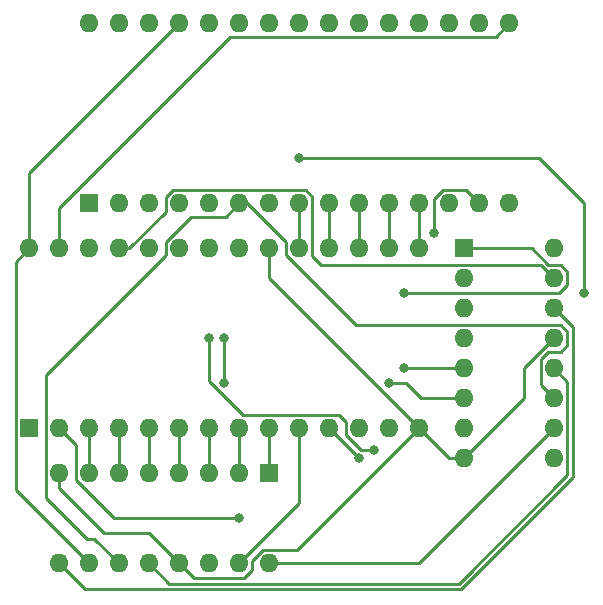
<source format=gbr>
%TF.GenerationSoftware,KiCad,Pcbnew,(5.1.7)-1*%
%TF.CreationDate,2020-10-12T01:03:24+02:00*%
%TF.ProjectId,16bitComputer,31366269-7443-46f6-9d70-757465722e6b,rev?*%
%TF.SameCoordinates,Original*%
%TF.FileFunction,Copper,L1,Top*%
%TF.FilePolarity,Positive*%
%FSLAX46Y46*%
G04 Gerber Fmt 4.6, Leading zero omitted, Abs format (unit mm)*
G04 Created by KiCad (PCBNEW (5.1.7)-1) date 2020-10-12 01:03:24*
%MOMM*%
%LPD*%
G01*
G04 APERTURE LIST*
%TA.AperFunction,ComponentPad*%
%ADD10R,1.600000X1.600000*%
%TD*%
%TA.AperFunction,ComponentPad*%
%ADD11O,1.600000X1.600000*%
%TD*%
%TA.AperFunction,ViaPad*%
%ADD12C,0.800000*%
%TD*%
%TA.AperFunction,Conductor*%
%ADD13C,0.250000*%
%TD*%
G04 APERTURE END LIST*
D10*
%TO.P,U3,1*%
%TO.N,Net-(U2-Pad6)*%
X118110000Y-101600000D03*
D11*
%TO.P,U3,15*%
%TO.N,Net-(A1-Pad12)*%
X151130000Y-86360000D03*
%TO.P,U3,2*%
%TO.N,Net-(U2-Pad4)*%
X120650000Y-101600000D03*
%TO.P,U3,16*%
%TO.N,Net-(A1-Pad11)*%
X148590000Y-86360000D03*
%TO.P,U3,3*%
%TO.N,Net-(U1-Pad7)*%
X123190000Y-101600000D03*
%TO.P,U3,17*%
%TO.N,Net-(A1-Pad10)*%
X146050000Y-86360000D03*
%TO.P,U3,4*%
%TO.N,Net-(U1-Pad6)*%
X125730000Y-101600000D03*
%TO.P,U3,18*%
%TO.N,Net-(A1-Pad9)*%
X143510000Y-86360000D03*
%TO.P,U3,5*%
%TO.N,Net-(U1-Pad5)*%
X128270000Y-101600000D03*
%TO.P,U3,19*%
%TO.N,Net-(A1-Pad8)*%
X140970000Y-86360000D03*
%TO.P,U3,6*%
%TO.N,Net-(U1-Pad4)*%
X130810000Y-101600000D03*
%TO.P,U3,20*%
%TO.N,GND*%
X138430000Y-86360000D03*
%TO.P,U3,7*%
%TO.N,Net-(U1-Pad3)*%
X133350000Y-101600000D03*
%TO.P,U3,21*%
%TO.N,Net-(U2-Pad2)*%
X135890000Y-86360000D03*
%TO.P,U3,8*%
%TO.N,Net-(U1-Pad2)*%
X135890000Y-101600000D03*
%TO.P,U3,22*%
%TO.N,Net-(U2-Pad7)*%
X133350000Y-86360000D03*
%TO.P,U3,9*%
%TO.N,Net-(U1-Pad1)*%
X138430000Y-101600000D03*
%TO.P,U3,23*%
%TO.N,Net-(U2-Pad3)*%
X130810000Y-86360000D03*
%TO.P,U3,10*%
%TO.N,Net-(U1-Pad15)*%
X140970000Y-101600000D03*
%TO.P,U3,24*%
%TO.N,Net-(U2-Pad1)*%
X128270000Y-86360000D03*
%TO.P,U3,11*%
%TO.N,Net-(A1-Pad15)*%
X143510000Y-101600000D03*
%TO.P,U3,25*%
%TO.N,Net-(U2-Pad15)*%
X125730000Y-86360000D03*
%TO.P,U3,12*%
%TO.N,Net-(A1-Pad14)*%
X146050000Y-101600000D03*
%TO.P,U3,26*%
%TO.N,Net-(U2-Pad5)*%
X123190000Y-86360000D03*
%TO.P,U3,13*%
%TO.N,Net-(A1-Pad13)*%
X148590000Y-101600000D03*
%TO.P,U3,27*%
%TO.N,Net-(A1-Pad16)*%
X120650000Y-86360000D03*
%TO.P,U3,14*%
%TO.N,GND*%
X151130000Y-101600000D03*
%TO.P,U3,28*%
%TO.N,Net-(A1-Pad27)*%
X118110000Y-86360000D03*
%TD*%
D10*
%TO.P,U2,1*%
%TO.N,Net-(U2-Pad1)*%
X154940000Y-86360000D03*
D11*
%TO.P,U2,9*%
%TO.N,Net-(U2-Pad9)*%
X162560000Y-104140000D03*
%TO.P,U2,2*%
%TO.N,Net-(U2-Pad2)*%
X154940000Y-88900000D03*
%TO.P,U2,10*%
%TO.N,Net-(A1-Pad27)*%
X162560000Y-101600000D03*
%TO.P,U2,3*%
%TO.N,Net-(U2-Pad3)*%
X154940000Y-91440000D03*
%TO.P,U2,11*%
%TO.N,Net-(A1-Pad6)*%
X162560000Y-99060000D03*
%TO.P,U2,4*%
%TO.N,Net-(U2-Pad4)*%
X154940000Y-93980000D03*
%TO.P,U2,12*%
%TO.N,Net-(A1-Pad7)*%
X162560000Y-96520000D03*
%TO.P,U2,5*%
%TO.N,Net-(U2-Pad5)*%
X154940000Y-96520000D03*
%TO.P,U2,13*%
%TO.N,GND*%
X162560000Y-93980000D03*
%TO.P,U2,6*%
%TO.N,Net-(U2-Pad6)*%
X154940000Y-99060000D03*
%TO.P,U2,14*%
%TO.N,Net-(U1-Pad9)*%
X162560000Y-91440000D03*
%TO.P,U2,7*%
%TO.N,Net-(U2-Pad7)*%
X154940000Y-101600000D03*
%TO.P,U2,15*%
%TO.N,Net-(U2-Pad15)*%
X162560000Y-88900000D03*
%TO.P,U2,8*%
%TO.N,GND*%
X154940000Y-104140000D03*
%TO.P,U2,16*%
%TO.N,Net-(A1-Pad27)*%
X162560000Y-86360000D03*
%TD*%
D10*
%TO.P,U1,1*%
%TO.N,Net-(U1-Pad1)*%
X138430000Y-105410000D03*
D11*
%TO.P,U1,9*%
%TO.N,Net-(U1-Pad9)*%
X120650000Y-113030000D03*
%TO.P,U1,2*%
%TO.N,Net-(U1-Pad2)*%
X135890000Y-105410000D03*
%TO.P,U1,10*%
%TO.N,Net-(A1-Pad27)*%
X123190000Y-113030000D03*
%TO.P,U1,3*%
%TO.N,Net-(U1-Pad3)*%
X133350000Y-105410000D03*
%TO.P,U1,11*%
%TO.N,Net-(A1-Pad6)*%
X125730000Y-113030000D03*
%TO.P,U1,4*%
%TO.N,Net-(U1-Pad4)*%
X130810000Y-105410000D03*
%TO.P,U1,12*%
%TO.N,Net-(A1-Pad7)*%
X128270000Y-113030000D03*
%TO.P,U1,5*%
%TO.N,Net-(U1-Pad5)*%
X128270000Y-105410000D03*
%TO.P,U1,13*%
%TO.N,GND*%
X130810000Y-113030000D03*
%TO.P,U1,6*%
%TO.N,Net-(U1-Pad6)*%
X125730000Y-105410000D03*
%TO.P,U1,14*%
%TO.N,Net-(A1-Pad5)*%
X133350000Y-113030000D03*
%TO.P,U1,7*%
%TO.N,Net-(U1-Pad7)*%
X123190000Y-105410000D03*
%TO.P,U1,15*%
%TO.N,Net-(U1-Pad15)*%
X135890000Y-113030000D03*
%TO.P,U1,8*%
%TO.N,GND*%
X120650000Y-105410000D03*
%TO.P,U1,16*%
%TO.N,Net-(A1-Pad27)*%
X138430000Y-113030000D03*
%TD*%
D10*
%TO.P,A1,1*%
%TO.N,Net-(A1-Pad1)*%
X123190000Y-82550000D03*
D11*
%TO.P,A1,17*%
%TO.N,Net-(A1-Pad17)*%
X156210000Y-67310000D03*
%TO.P,A1,2*%
%TO.N,Net-(A1-Pad2)*%
X125730000Y-82550000D03*
%TO.P,A1,18*%
%TO.N,Net-(A1-Pad18)*%
X153670000Y-67310000D03*
%TO.P,A1,3*%
%TO.N,Net-(A1-Pad3)*%
X128270000Y-82550000D03*
%TO.P,A1,19*%
%TO.N,Net-(A1-Pad19)*%
X151130000Y-67310000D03*
%TO.P,A1,4*%
%TO.N,GND*%
X130810000Y-82550000D03*
%TO.P,A1,20*%
%TO.N,Net-(A1-Pad20)*%
X148590000Y-67310000D03*
%TO.P,A1,5*%
%TO.N,Net-(A1-Pad5)*%
X133350000Y-82550000D03*
%TO.P,A1,21*%
%TO.N,Net-(A1-Pad21)*%
X146050000Y-67310000D03*
%TO.P,A1,6*%
%TO.N,Net-(A1-Pad6)*%
X135890000Y-82550000D03*
%TO.P,A1,22*%
%TO.N,Net-(A1-Pad22)*%
X143510000Y-67310000D03*
%TO.P,A1,7*%
%TO.N,Net-(A1-Pad7)*%
X138430000Y-82550000D03*
%TO.P,A1,23*%
%TO.N,Net-(A1-Pad23)*%
X140970000Y-67310000D03*
%TO.P,A1,8*%
%TO.N,Net-(A1-Pad8)*%
X140970000Y-82550000D03*
%TO.P,A1,24*%
%TO.N,Net-(A1-Pad24)*%
X138430000Y-67310000D03*
%TO.P,A1,9*%
%TO.N,Net-(A1-Pad9)*%
X143510000Y-82550000D03*
%TO.P,A1,25*%
%TO.N,Net-(A1-Pad25)*%
X135890000Y-67310000D03*
%TO.P,A1,10*%
%TO.N,Net-(A1-Pad10)*%
X146050000Y-82550000D03*
%TO.P,A1,26*%
%TO.N,Net-(A1-Pad26)*%
X133350000Y-67310000D03*
%TO.P,A1,11*%
%TO.N,Net-(A1-Pad11)*%
X148590000Y-82550000D03*
%TO.P,A1,27*%
%TO.N,Net-(A1-Pad27)*%
X130810000Y-67310000D03*
%TO.P,A1,12*%
%TO.N,Net-(A1-Pad12)*%
X151130000Y-82550000D03*
%TO.P,A1,28*%
%TO.N,Net-(A1-Pad28)*%
X128270000Y-67310000D03*
%TO.P,A1,13*%
%TO.N,Net-(A1-Pad13)*%
X153670000Y-82550000D03*
%TO.P,A1,29*%
%TO.N,Net-(A1-Pad29)*%
X125730000Y-67310000D03*
%TO.P,A1,14*%
%TO.N,Net-(A1-Pad14)*%
X156210000Y-82550000D03*
%TO.P,A1,30*%
%TO.N,Net-(A1-Pad30)*%
X123190000Y-67310000D03*
%TO.P,A1,15*%
%TO.N,Net-(A1-Pad15)*%
X158750000Y-82550000D03*
%TO.P,A1,16*%
%TO.N,Net-(A1-Pad16)*%
X158750000Y-67310000D03*
%TD*%
D12*
%TO.N,Net-(A1-Pad5)*%
X134620000Y-97790000D03*
X134620000Y-93980000D03*
%TO.N,Net-(A1-Pad7)*%
X165100000Y-90170000D03*
X140970000Y-78740000D03*
%TO.N,Net-(A1-Pad14)*%
X152400000Y-85090000D03*
%TO.N,Net-(A1-Pad15)*%
X146050000Y-104140000D03*
%TO.N,Net-(U2-Pad1)*%
X149860000Y-90170000D03*
%TO.N,Net-(U2-Pad4)*%
X135890000Y-109220000D03*
%TO.N,Net-(U2-Pad5)*%
X149860000Y-96520000D03*
%TO.N,Net-(U2-Pad6)*%
X148590000Y-97790000D03*
%TO.N,Net-(U2-Pad7)*%
X133350000Y-93980000D03*
X147320000Y-103450001D03*
%TD*%
D13*
%TO.N,GND*%
X153670000Y-104140000D02*
X151130000Y-101600000D01*
X154940000Y-104140000D02*
X153670000Y-104140000D01*
X160020000Y-96520000D02*
X162560000Y-93980000D01*
X160020000Y-99060000D02*
X160020000Y-96520000D01*
X154940000Y-104140000D02*
X160020000Y-99060000D01*
X138430000Y-88900000D02*
X151130000Y-101600000D01*
X138430000Y-86360000D02*
X138430000Y-88900000D01*
X130810000Y-113030000D02*
X128270000Y-110490000D01*
X137015001Y-113570001D02*
X136285002Y-114300000D01*
X137015001Y-112779997D02*
X137015001Y-113570001D01*
X137889999Y-111904999D02*
X137015001Y-112779997D01*
X140825001Y-111904999D02*
X137889999Y-111904999D01*
X151130000Y-101600000D02*
X140825001Y-111904999D01*
X132080000Y-114300000D02*
X130810000Y-113030000D01*
X136285002Y-114300000D02*
X132080000Y-114300000D01*
X120650000Y-105410000D02*
X120650000Y-106680000D01*
X124460000Y-110490000D02*
X128270000Y-110490000D01*
X120650000Y-106680000D02*
X124460000Y-110490000D01*
%TO.N,Net-(A1-Pad5)*%
X134620000Y-97790000D02*
X134620000Y-95250000D01*
X134620000Y-95250000D02*
X134620000Y-93980000D01*
%TO.N,Net-(A1-Pad6)*%
X134764999Y-83675001D02*
X135890000Y-82550000D01*
X131829997Y-83675001D02*
X134764999Y-83675001D01*
X129684999Y-86900001D02*
X129684999Y-85819999D01*
X119524999Y-107461409D02*
X119524999Y-97060001D01*
X119524999Y-97060001D02*
X129684999Y-86900001D01*
X123003599Y-110940009D02*
X119524999Y-107461409D01*
X129684999Y-85819999D02*
X131829997Y-83675001D01*
X123640010Y-110940010D02*
X123003599Y-110940009D01*
X125730000Y-113030000D02*
X123640010Y-110940010D01*
X163100001Y-95105001D02*
X162071409Y-95105001D01*
X163685001Y-94520001D02*
X163100001Y-95105001D01*
X161434999Y-97934999D02*
X162560000Y-99060000D01*
X163685001Y-93439999D02*
X163685001Y-94520001D01*
X163100001Y-92854999D02*
X163685001Y-93439999D01*
X161434999Y-95741411D02*
X161434999Y-97934999D01*
X145799997Y-92854999D02*
X163100001Y-92854999D01*
X139844999Y-86900001D02*
X145799997Y-92854999D01*
X139844999Y-85819999D02*
X139844999Y-86900001D01*
X162071409Y-95105001D02*
X161434999Y-95741411D01*
X136575000Y-82550000D02*
X139844999Y-85819999D01*
X135890000Y-82550000D02*
X136575000Y-82550000D01*
%TO.N,Net-(A1-Pad7)*%
X165100000Y-90170000D02*
X165100000Y-82550000D01*
X165100000Y-82550000D02*
X161290000Y-78740000D01*
X148194998Y-78740000D02*
X140970000Y-78740000D01*
X161290000Y-78740000D02*
X148194998Y-78740000D01*
X163685001Y-97645001D02*
X162560000Y-96520000D01*
X163685001Y-105554999D02*
X163685001Y-97645001D01*
X154489990Y-114750010D02*
X163685001Y-105554999D01*
X129990010Y-114750010D02*
X154489990Y-114750010D01*
X128270000Y-113030000D02*
X129990010Y-114750010D01*
%TO.N,Net-(A1-Pad8)*%
X140970000Y-82550000D02*
X140970000Y-86360000D01*
%TO.N,Net-(A1-Pad9)*%
X143510000Y-82550000D02*
X143510000Y-86360000D01*
%TO.N,Net-(A1-Pad10)*%
X146050000Y-82550000D02*
X146050000Y-86360000D01*
%TO.N,Net-(A1-Pad11)*%
X148590000Y-86360000D02*
X148590000Y-82550000D01*
%TO.N,Net-(A1-Pad27)*%
X151130000Y-113030000D02*
X162560000Y-101600000D01*
X138430000Y-113030000D02*
X151130000Y-113030000D01*
X118110000Y-80010000D02*
X118110000Y-86360000D01*
X130810000Y-67310000D02*
X118110000Y-80010000D01*
X116984999Y-106824999D02*
X123190000Y-113030000D01*
X116984999Y-87485001D02*
X116984999Y-106824999D01*
X118110000Y-86360000D02*
X116984999Y-87485001D01*
%TO.N,Net-(A1-Pad12)*%
X151130000Y-82550000D02*
X151130000Y-86360000D01*
%TO.N,Net-(A1-Pad14)*%
X155084999Y-81424999D02*
X156210000Y-82550000D01*
X153129999Y-81424999D02*
X155084999Y-81424999D01*
X152400000Y-82154998D02*
X153129999Y-81424999D01*
X152400000Y-85090000D02*
X152400000Y-82154998D01*
%TO.N,Net-(A1-Pad15)*%
X143510000Y-101600000D02*
X146050000Y-104140000D01*
%TO.N,Net-(A1-Pad16)*%
X157624999Y-68435001D02*
X158750000Y-67310000D01*
X135119997Y-68435001D02*
X157624999Y-68435001D01*
X120650000Y-82904998D02*
X135119997Y-68435001D01*
X120650000Y-86360000D02*
X120650000Y-82904998D01*
%TO.N,Net-(U1-Pad1)*%
X138430000Y-101600000D02*
X138430000Y-105410000D01*
%TO.N,Net-(U1-Pad9)*%
X122820020Y-115200020D02*
X120650000Y-113030000D01*
X154676390Y-115200020D02*
X122820020Y-115200020D01*
X164135010Y-105741400D02*
X154676390Y-115200020D01*
X164135010Y-93015010D02*
X164135010Y-105741400D01*
X162560000Y-91440000D02*
X164135010Y-93015010D01*
%TO.N,Net-(U1-Pad2)*%
X135890000Y-101600000D02*
X135890000Y-105410000D01*
%TO.N,Net-(U1-Pad3)*%
X133350000Y-101600000D02*
X133350000Y-105410000D01*
%TO.N,Net-(U1-Pad4)*%
X130810000Y-105410000D02*
X130810000Y-101600000D01*
%TO.N,Net-(U1-Pad5)*%
X128270000Y-105410000D02*
X128270000Y-101600000D01*
%TO.N,Net-(U1-Pad6)*%
X125730000Y-105410000D02*
X125730000Y-101600000D01*
%TO.N,Net-(U1-Pad7)*%
X123190000Y-105410000D02*
X123190000Y-101600000D01*
%TO.N,Net-(U1-Pad15)*%
X140970000Y-107950000D02*
X140970000Y-101600000D01*
X135890000Y-113030000D02*
X140970000Y-107950000D01*
%TO.N,Net-(U2-Pad1)*%
X160656410Y-86360000D02*
X154940000Y-86360000D01*
X163100001Y-87774999D02*
X162071409Y-87774999D01*
X162071409Y-87774999D02*
X160656410Y-86360000D01*
X163685001Y-88359999D02*
X163100001Y-87774999D01*
X163685001Y-89440001D02*
X163685001Y-88359999D01*
X162955002Y-90170000D02*
X163685001Y-89440001D01*
X149860000Y-90170000D02*
X162955002Y-90170000D01*
%TO.N,Net-(U2-Pad4)*%
X125334998Y-109220000D02*
X135890000Y-109220000D01*
X122064999Y-105950001D02*
X125334998Y-109220000D01*
X122064999Y-103014999D02*
X122064999Y-105950001D01*
X120650000Y-101600000D02*
X122064999Y-103014999D01*
%TO.N,Net-(U2-Pad5)*%
X154940000Y-96520000D02*
X149860000Y-96520000D01*
%TO.N,Net-(U2-Pad6)*%
X150056998Y-97790000D02*
X148590000Y-97790000D01*
X151326998Y-99060000D02*
X150056998Y-97790000D01*
X154940000Y-99060000D02*
X151326998Y-99060000D01*
%TO.N,Net-(U2-Pad7)*%
X147284998Y-103414999D02*
X147320000Y-103450001D01*
X144924999Y-102140001D02*
X146199997Y-103414999D01*
X146199997Y-103414999D02*
X147284998Y-103414999D01*
X144924999Y-101059999D02*
X144924999Y-102140001D01*
X136231997Y-100474999D02*
X144339999Y-100474999D01*
X144339999Y-100474999D02*
X144924999Y-101059999D01*
X133350000Y-97593002D02*
X136231997Y-100474999D01*
X133350000Y-93980000D02*
X133350000Y-97593002D01*
%TO.N,Net-(U2-Pad15)*%
X129684999Y-83279999D02*
X126604998Y-86360000D01*
X129684999Y-82009999D02*
X129684999Y-83279999D01*
X130269999Y-81424999D02*
X129684999Y-82009999D01*
X126604998Y-86360000D02*
X125730000Y-86360000D01*
X141510001Y-81424999D02*
X130269999Y-81424999D01*
X142095001Y-82009999D02*
X141510001Y-81424999D01*
X142095001Y-87036405D02*
X142095001Y-82009999D01*
X142833595Y-87774999D02*
X142095001Y-87036405D01*
X161434999Y-87774999D02*
X142833595Y-87774999D01*
X162560000Y-88900000D02*
X161434999Y-87774999D01*
%TD*%
M02*

</source>
